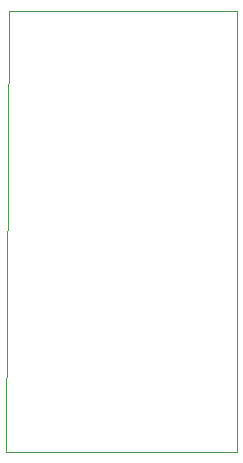
<source format=gm1>
G04 #@! TF.GenerationSoftware,KiCad,Pcbnew,5.1.12-84ad8e8a86~92~ubuntu20.04.1*
G04 #@! TF.CreationDate,2022-07-09T09:57:36-04:00*
G04 #@! TF.ProjectId,arkanoid-mpu-bypass,61726b61-6e6f-4696-942d-6d70752d6279,1.0*
G04 #@! TF.SameCoordinates,Original*
G04 #@! TF.FileFunction,Profile,NP*
%FSLAX46Y46*%
G04 Gerber Fmt 4.6, Leading zero omitted, Abs format (unit mm)*
G04 Created by KiCad (PCBNEW 5.1.12-84ad8e8a86~92~ubuntu20.04.1) date 2022-07-09 09:57:36*
%MOMM*%
%LPD*%
G01*
G04 APERTURE LIST*
G04 #@! TA.AperFunction,Profile*
%ADD10C,0.050000*%
G04 #@! TD*
G04 APERTURE END LIST*
D10*
X142748000Y-89916000D02*
X143002000Y-52578000D01*
X162306000Y-89916000D02*
X142748000Y-89916000D01*
X162306000Y-52578000D02*
X162306000Y-89916000D01*
X143002000Y-52578000D02*
X162306000Y-52578000D01*
M02*

</source>
